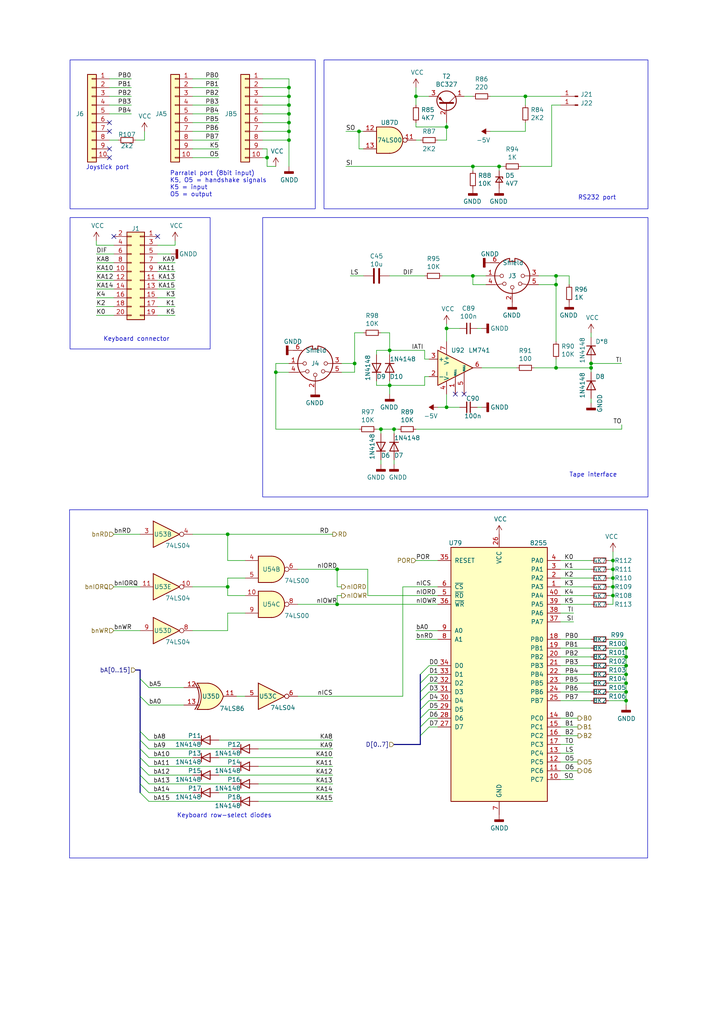
<source format=kicad_sch>
(kicad_sch (version 20230121) (generator eeschema)
  (paper "A4" portrait)
  (junction (at 83.82 27.94))
  (junction (at 161.29 80.01))
  (junction (at 177.8 162.56))
  (junction (at 114.3 124.46))
  (junction (at 152.4 27.94))
  (junction (at 110.49 124.46))
  (junction (at 66.04 154.94))
  (junction (at 83.82 33.02))
  (junction (at 80.01 107.95))
  (junction (at 97.79 165.1))
  (junction (at 83.82 25.4))
  (junction (at 181.61 203.2))
  (junction (at 97.79 175.26))
  (junction (at 181.61 187.96))
  (junction (at 177.8 172.72))
  (junction (at 137.16 80.01))
  (junction (at 177.8 165.1))
  (junction (at 177.8 167.64))
  (junction (at 102.87 105.41))
  (junction (at 129.54 36.83))
  (junction (at 177.8 170.18))
  (junction (at 181.61 193.04))
  (junction (at 181.61 190.5))
  (junction (at 144.78 48.26))
  (junction (at 83.82 38.1))
  (junction (at 129.54 118.11))
  (junction (at 137.16 48.26))
  (junction (at 171.45 106.68))
  (junction (at 120.65 27.94))
  (junction (at 104.14 38.1))
  (junction (at 171.45 105.41))
  (junction (at 83.82 35.56))
  (junction (at 161.29 106.68))
  (junction (at 83.82 40.64))
  (junction (at 181.61 195.58))
  (junction (at 181.61 198.12))
  (junction (at 83.82 30.48))
  (junction (at 161.29 82.55))
  (junction (at 113.03 101.6))
  (junction (at 129.54 95.25))
  (junction (at 113.03 111.76))
  (junction (at 181.61 200.66))
  (junction (at 77.47 45.72))
  (junction (at 66.04 170.18))
  (no_connect (at 31.75 45.72))
  (no_connect (at 134.62 114.3))
  (no_connect (at 31.75 43.18))
  (no_connect (at 31.75 38.1))
  (no_connect (at 132.08 114.3))
  (no_connect (at 45.72 68.58))
  (no_connect (at 31.75 35.56))
  (no_connect (at 33.02 68.58))
  (bus_entry (at 43.18 199.39) (size -2.54 -2.54))
  (bus_entry (at 43.18 204.47) (size -2.54 -2.54))
  (bus_entry (at 121.92 200.66) (size 2.54 -2.54))
  (bus_entry (at 121.92 195.58) (size 2.54 -2.54))
  (bus_entry (at 121.92 198.12) (size 2.54 -2.54))
  (bus_entry (at 121.92 205.74) (size 2.54 -2.54))
  (bus_entry (at 40.64 214.63) (size 2.54 2.54))
  (bus_entry (at 40.64 227.33) (size 2.54 2.54))
  (bus_entry (at 40.64 217.17) (size 2.54 2.54))
  (bus_entry (at 121.92 203.2) (size 2.54 -2.54))
  (bus_entry (at 40.64 229.87) (size 2.54 2.54))
  (bus_entry (at 121.92 208.28) (size 2.54 -2.54))
  (bus_entry (at 40.64 219.71) (size 2.54 2.54))
  (bus_entry (at 40.64 212.09) (size 2.54 2.54))
  (bus_entry (at 40.64 224.79) (size 2.54 2.54))
  (bus_entry (at 121.92 210.82) (size 2.54 -2.54))
  (bus_entry (at 40.64 222.25) (size 2.54 2.54))
  (bus_entry (at 121.92 213.36) (size 2.54 -2.54))
  (wire (pts (xy 176.53 185.42) (xy 181.61 185.42)))
  (wire (pts (xy 80.01 124.46) (xy 104.14 124.46)))
  (wire (pts (xy 162.56 175.26) (xy 171.45 175.26)))
  (wire (pts (xy 74.93 217.17) (xy 96.52 217.17)))
  (wire (pts (xy 76.2 35.56) (xy 83.82 35.56)))
  (wire (pts (xy 43.18 232.41) (xy 67.31 232.41)))
  (wire (pts (xy 116.84 170.18) (xy 127 170.18)))
  (wire (pts (xy 55.88 38.1) (xy 63.5 38.1)))
  (wire (pts (xy 162.56 193.04) (xy 171.45 193.04)))
  (wire (pts (xy 105.41 38.1) (xy 104.14 38.1)))
  (wire (pts (xy 55.88 43.18) (xy 63.5 43.18)))
  (wire (pts (xy 171.45 105.41) (xy 180.34 105.41)))
  (wire (pts (xy 43.18 204.47) (xy 53.34 204.47)))
  (wire (pts (xy 114.3 124.46) (xy 114.3 125.73)))
  (wire (pts (xy 181.61 190.5) (xy 181.61 193.04)))
  (wire (pts (xy 120.65 27.94) (xy 124.46 27.94)))
  (wire (pts (xy 124.46 193.04) (xy 127 193.04)))
  (wire (pts (xy 55.88 40.64) (xy 63.5 40.64)))
  (wire (pts (xy 129.54 114.3) (xy 129.54 118.11)))
  (bus (pts (xy 40.64 217.17) (xy 40.64 219.71)))
  (wire (pts (xy 138.43 95.25) (xy 139.7 95.25)))
  (wire (pts (xy 113.03 111.76) (xy 113.03 110.49)))
  (wire (pts (xy 129.54 36.83) (xy 129.54 35.56)))
  (wire (pts (xy 55.88 170.18) (xy 66.04 170.18)))
  (wire (pts (xy 161.29 106.68) (xy 171.45 106.68)))
  (wire (pts (xy 176.53 187.96) (xy 181.61 187.96)))
  (wire (pts (xy 104.14 38.1) (xy 104.14 43.18)))
  (wire (pts (xy 181.61 187.96) (xy 181.61 190.5)))
  (wire (pts (xy 134.62 27.94) (xy 137.16 27.94)))
  (wire (pts (xy 83.82 30.48) (xy 83.82 33.02)))
  (bus (pts (xy 40.64 201.93) (xy 40.64 212.09)))
  (wire (pts (xy 45.72 88.9) (xy 50.8 88.9)))
  (wire (pts (xy 137.16 48.26) (xy 144.78 48.26)))
  (wire (pts (xy 176.53 193.04) (xy 181.61 193.04)))
  (bus (pts (xy 40.64 222.25) (xy 40.64 224.79)))
  (wire (pts (xy 66.04 162.56) (xy 71.12 162.56)))
  (wire (pts (xy 53.34 199.39) (xy 43.18 199.39)))
  (bus (pts (xy 40.64 196.85) (xy 40.64 201.93)))
  (wire (pts (xy 110.49 125.73) (xy 110.49 124.46)))
  (wire (pts (xy 124.46 203.2) (xy 127 203.2)))
  (wire (pts (xy 161.29 106.68) (xy 161.29 104.14)))
  (bus (pts (xy 40.64 219.71) (xy 40.64 222.25)))
  (wire (pts (xy 162.56 177.8) (xy 166.37 177.8)))
  (wire (pts (xy 76.2 27.94) (xy 83.82 27.94)))
  (wire (pts (xy 83.82 48.26) (xy 83.82 40.64)))
  (wire (pts (xy 162.56 172.72) (xy 171.45 172.72)))
  (wire (pts (xy 124.46 208.28) (xy 127 208.28)))
  (wire (pts (xy 180.34 124.46) (xy 120.65 124.46)))
  (wire (pts (xy 114.3 124.46) (xy 115.57 124.46)))
  (wire (pts (xy 55.88 182.88) (xy 66.04 182.88)))
  (wire (pts (xy 177.8 170.18) (xy 177.8 172.72)))
  (wire (pts (xy 142.24 27.94) (xy 152.4 27.94)))
  (wire (pts (xy 177.8 175.26) (xy 177.8 172.72)))
  (wire (pts (xy 63.5 214.63) (xy 96.52 214.63)))
  (bus (pts (xy 40.64 194.31) (xy 40.64 196.85)))
  (bus (pts (xy 121.92 205.74) (xy 121.92 208.28)))
  (wire (pts (xy 113.03 80.01) (xy 123.19 80.01)))
  (wire (pts (xy 45.72 71.12) (xy 50.8 71.12)))
  (wire (pts (xy 83.82 35.56) (xy 83.82 38.1)))
  (wire (pts (xy 124.46 205.74) (xy 127 205.74)))
  (wire (pts (xy 176.53 162.56) (xy 177.8 162.56)))
  (wire (pts (xy 162.56 187.96) (xy 171.45 187.96)))
  (wire (pts (xy 120.65 25.4) (xy 120.65 27.94)))
  (wire (pts (xy 106.68 165.1) (xy 106.68 172.72)))
  (wire (pts (xy 76.2 43.18) (xy 77.47 43.18)))
  (wire (pts (xy 162.56 195.58) (xy 171.45 195.58)))
  (wire (pts (xy 162.56 215.9) (xy 166.37 215.9)))
  (wire (pts (xy 109.22 110.49) (xy 109.22 111.76)))
  (wire (pts (xy 152.4 30.48) (xy 152.4 27.94)))
  (wire (pts (xy 120.65 36.83) (xy 129.54 36.83)))
  (wire (pts (xy 137.16 80.01) (xy 140.97 80.01)))
  (wire (pts (xy 27.94 91.44) (xy 33.02 91.44)))
  (wire (pts (xy 177.8 160.02) (xy 177.8 162.56)))
  (wire (pts (xy 104.14 43.18) (xy 105.41 43.18)))
  (wire (pts (xy 50.8 71.12) (xy 50.8 69.85)))
  (wire (pts (xy 31.75 40.64) (xy 34.29 40.64)))
  (bus (pts (xy 121.92 203.2) (xy 121.92 205.74)))
  (wire (pts (xy 162.56 220.98) (xy 167.64 220.98)))
  (wire (pts (xy 162.56 223.52) (xy 167.64 223.52)))
  (wire (pts (xy 127 118.11) (xy 129.54 118.11)))
  (wire (pts (xy 162.56 180.34) (xy 166.37 180.34)))
  (wire (pts (xy 176.53 175.26) (xy 177.8 175.26)))
  (wire (pts (xy 113.03 101.6) (xy 113.03 102.87)))
  (bus (pts (xy 40.64 212.09) (xy 40.64 214.63)))
  (wire (pts (xy 31.75 25.4) (xy 38.1 25.4)))
  (wire (pts (xy 162.56 170.18) (xy 171.45 170.18)))
  (wire (pts (xy 123.19 109.22) (xy 124.46 109.22)))
  (wire (pts (xy 76.2 22.86) (xy 83.82 22.86)))
  (wire (pts (xy 161.29 80.01) (xy 161.29 82.55)))
  (wire (pts (xy 176.53 195.58) (xy 181.61 195.58)))
  (wire (pts (xy 86.36 201.93) (xy 116.84 201.93)))
  (bus (pts (xy 40.64 214.63) (xy 40.64 217.17)))
  (wire (pts (xy 151.13 48.26) (xy 160.02 48.26)))
  (bus (pts (xy 121.92 195.58) (xy 121.92 198.12)))
  (wire (pts (xy 80.01 105.41) (xy 80.01 107.95)))
  (wire (pts (xy 66.04 172.72) (xy 66.04 170.18)))
  (wire (pts (xy 110.49 133.35) (xy 110.49 134.62)))
  (wire (pts (xy 40.64 182.88) (xy 33.02 182.88)))
  (wire (pts (xy 99.06 105.41) (xy 102.87 105.41)))
  (wire (pts (xy 43.18 224.79) (xy 55.88 224.79)))
  (wire (pts (xy 109.22 124.46) (xy 110.49 124.46)))
  (wire (pts (xy 110.49 96.52) (xy 113.03 96.52)))
  (wire (pts (xy 97.79 170.18) (xy 97.79 165.1)))
  (wire (pts (xy 27.94 88.9) (xy 33.02 88.9)))
  (wire (pts (xy 55.88 45.72) (xy 63.5 45.72)))
  (wire (pts (xy 45.72 91.44) (xy 50.8 91.44)))
  (wire (pts (xy 106.68 172.72) (xy 127 172.72)))
  (wire (pts (xy 181.61 195.58) (xy 181.61 198.12)))
  (wire (pts (xy 176.53 172.72) (xy 177.8 172.72)))
  (wire (pts (xy 74.93 227.33) (xy 96.52 227.33)))
  (wire (pts (xy 140.97 82.55) (xy 137.16 82.55)))
  (wire (pts (xy 176.53 203.2) (xy 181.61 203.2)))
  (wire (pts (xy 127 182.88) (xy 120.65 182.88)))
  (bus (pts (xy 40.64 227.33) (xy 40.64 229.87)))
  (wire (pts (xy 66.04 177.8) (xy 71.12 177.8)))
  (wire (pts (xy 162.56 167.64) (xy 171.45 167.64)))
  (wire (pts (xy 105.41 80.01) (xy 101.6 80.01)))
  (wire (pts (xy 139.7 106.68) (xy 149.86 106.68)))
  (wire (pts (xy 97.79 172.72) (xy 99.06 172.72)))
  (wire (pts (xy 27.94 69.85) (xy 27.94 71.12)))
  (wire (pts (xy 124.46 210.82) (xy 127 210.82)))
  (wire (pts (xy 83.82 107.95) (xy 80.01 107.95)))
  (wire (pts (xy 176.53 170.18) (xy 177.8 170.18)))
  (wire (pts (xy 27.94 73.66) (xy 33.02 73.66)))
  (wire (pts (xy 55.88 33.02) (xy 63.5 33.02)))
  (wire (pts (xy 55.88 25.4) (xy 63.5 25.4)))
  (wire (pts (xy 55.88 22.86) (xy 63.5 22.86)))
  (wire (pts (xy 171.45 115.57) (xy 171.45 116.84)))
  (wire (pts (xy 177.8 167.64) (xy 177.8 170.18)))
  (wire (pts (xy 160.02 30.48) (xy 160.02 48.26)))
  (wire (pts (xy 114.3 133.35) (xy 114.3 134.62)))
  (wire (pts (xy 110.49 124.46) (xy 114.3 124.46)))
  (wire (pts (xy 165.1 80.01) (xy 161.29 80.01)))
  (wire (pts (xy 171.45 105.41) (xy 171.45 106.68)))
  (wire (pts (xy 66.04 154.94) (xy 96.52 154.94)))
  (wire (pts (xy 43.18 227.33) (xy 67.31 227.33)))
  (wire (pts (xy 137.16 49.53) (xy 137.16 48.26)))
  (wire (pts (xy 83.82 22.86) (xy 83.82 25.4)))
  (wire (pts (xy 45.72 83.82) (xy 50.8 83.82)))
  (wire (pts (xy 162.56 218.44) (xy 166.37 218.44)))
  (wire (pts (xy 41.91 38.1) (xy 41.91 40.64)))
  (wire (pts (xy 129.54 118.11) (xy 133.35 118.11)))
  (wire (pts (xy 43.18 222.25) (xy 67.31 222.25)))
  (wire (pts (xy 162.56 203.2) (xy 171.45 203.2)))
  (bus (pts (xy 121.92 208.28) (xy 121.92 210.82)))
  (wire (pts (xy 138.43 118.11) (xy 139.7 118.11)))
  (wire (pts (xy 105.41 96.52) (xy 102.87 96.52)))
  (wire (pts (xy 162.56 30.48) (xy 160.02 30.48)))
  (wire (pts (xy 76.2 45.72) (xy 77.47 45.72)))
  (wire (pts (xy 181.61 193.04) (xy 181.61 195.58)))
  (bus (pts (xy 40.64 224.79) (xy 40.64 227.33)))
  (wire (pts (xy 97.79 165.1) (xy 86.36 165.1)))
  (wire (pts (xy 86.36 175.26) (xy 97.79 175.26)))
  (wire (pts (xy 97.79 170.18) (xy 99.06 170.18)))
  (wire (pts (xy 83.82 27.94) (xy 83.82 30.48)))
  (wire (pts (xy 43.18 219.71) (xy 55.88 219.71)))
  (wire (pts (xy 109.22 102.87) (xy 109.22 101.6)))
  (wire (pts (xy 180.34 123.19) (xy 180.34 124.46)))
  (wire (pts (xy 113.03 96.52) (xy 113.03 101.6)))
  (wire (pts (xy 102.87 105.41) (xy 102.87 107.95)))
  (wire (pts (xy 106.68 165.1) (xy 97.79 165.1)))
  (wire (pts (xy 127 40.64) (xy 129.54 40.64)))
  (wire (pts (xy 129.54 95.25) (xy 129.54 99.06)))
  (wire (pts (xy 177.8 162.56) (xy 177.8 165.1)))
  (wire (pts (xy 45.72 76.2) (xy 50.8 76.2)))
  (wire (pts (xy 39.37 40.64) (xy 41.91 40.64)))
  (wire (pts (xy 162.56 213.36) (xy 167.64 213.36)))
  (wire (pts (xy 68.58 201.93) (xy 71.12 201.93)))
  (wire (pts (xy 161.29 82.55) (xy 161.29 99.06)))
  (bus (pts (xy 121.92 198.12) (xy 121.92 200.66)))
  (wire (pts (xy 152.4 27.94) (xy 162.56 27.94)))
  (wire (pts (xy 31.75 22.86) (xy 38.1 22.86)))
  (wire (pts (xy 74.93 222.25) (xy 96.52 222.25)))
  (wire (pts (xy 43.18 217.17) (xy 67.31 217.17)))
  (wire (pts (xy 102.87 96.52) (xy 102.87 105.41)))
  (wire (pts (xy 55.88 27.94) (xy 63.5 27.94)))
  (wire (pts (xy 127 162.56) (xy 120.65 162.56)))
  (wire (pts (xy 162.56 226.06) (xy 166.37 226.06)))
  (wire (pts (xy 171.45 106.68) (xy 171.45 107.95)))
  (wire (pts (xy 33.02 170.18) (xy 40.64 170.18)))
  (wire (pts (xy 83.82 38.1) (xy 83.82 40.64)))
  (wire (pts (xy 27.94 71.12) (xy 33.02 71.12)))
  (wire (pts (xy 176.53 167.64) (xy 177.8 167.64)))
  (wire (pts (xy 113.03 111.76) (xy 113.03 114.3)))
  (wire (pts (xy 120.65 30.48) (xy 120.65 27.94)))
  (bus (pts (xy 121.92 200.66) (xy 121.92 203.2)))
  (wire (pts (xy 83.82 25.4) (xy 83.82 27.94)))
  (wire (pts (xy 45.72 86.36) (xy 50.8 86.36)))
  (wire (pts (xy 77.47 43.18) (xy 77.47 45.72)))
  (wire (pts (xy 109.22 111.76) (xy 113.03 111.76)))
  (wire (pts (xy 156.21 80.01) (xy 161.29 80.01)))
  (wire (pts (xy 77.47 48.26) (xy 77.47 45.72)))
  (wire (pts (xy 27.94 76.2) (xy 33.02 76.2)))
  (wire (pts (xy 162.56 210.82) (xy 167.64 210.82)))
  (wire (pts (xy 27.94 78.74) (xy 33.02 78.74)))
  (wire (pts (xy 154.94 106.68) (xy 161.29 106.68)))
  (wire (pts (xy 43.18 229.87) (xy 55.88 229.87)))
  (wire (pts (xy 129.54 40.64) (xy 129.54 36.83)))
  (wire (pts (xy 121.92 40.64) (xy 120.65 40.64)))
  (wire (pts (xy 152.4 38.1) (xy 152.4 35.56)))
  (wire (pts (xy 96.52 219.71) (xy 63.5 219.71)))
  (wire (pts (xy 123.19 111.76) (xy 123.19 109.22)))
  (wire (pts (xy 176.53 198.12) (xy 181.61 198.12)))
  (wire (pts (xy 66.04 182.88) (xy 66.04 177.8)))
  (wire (pts (xy 83.82 33.02) (xy 83.82 35.56)))
  (wire (pts (xy 27.94 83.82) (xy 33.02 83.82)))
  (wire (pts (xy 176.53 165.1) (xy 177.8 165.1)))
  (wire (pts (xy 129.54 93.98) (xy 129.54 95.25)))
  (wire (pts (xy 162.56 200.66) (xy 171.45 200.66)))
  (wire (pts (xy 76.2 38.1) (xy 83.82 38.1)))
  (wire (pts (xy 97.79 175.26) (xy 127 175.26)))
  (wire (pts (xy 55.88 30.48) (xy 63.5 30.48)))
  (wire (pts (xy 171.45 97.79) (xy 171.45 96.52)))
  (wire (pts (xy 181.61 200.66) (xy 181.61 203.2)))
  (wire (pts (xy 31.75 33.02) (xy 38.1 33.02)))
  (wire (pts (xy 181.61 198.12) (xy 181.61 200.66)))
  (wire (pts (xy 162.56 162.56) (xy 171.45 162.56)))
  (wire (pts (xy 76.2 33.02) (xy 83.82 33.02)))
  (wire (pts (xy 124.46 200.66) (xy 127 200.66)))
  (wire (pts (xy 74.93 232.41) (xy 96.52 232.41)))
  (wire (pts (xy 45.72 78.74) (xy 50.8 78.74)))
  (wire (pts (xy 31.75 30.48) (xy 38.1 30.48)))
  (wire (pts (xy 96.52 229.87) (xy 63.5 229.87)))
  (wire (pts (xy 123.19 104.14) (xy 124.46 104.14)))
  (bus (pts (xy 114.3 215.9) (xy 121.92 215.9)))
  (wire (pts (xy 45.72 81.28) (xy 50.8 81.28)))
  (wire (pts (xy 96.52 224.79) (xy 63.5 224.79)))
  (wire (pts (xy 104.14 38.1) (xy 100.33 38.1)))
  (wire (pts (xy 162.56 165.1) (xy 171.45 165.1)))
  (wire (pts (xy 123.19 104.14) (xy 123.19 101.6)))
  (wire (pts (xy 40.64 154.94) (xy 33.02 154.94)))
  (wire (pts (xy 97.79 172.72) (xy 97.79 175.26)))
  (wire (pts (xy 76.2 40.64) (xy 83.82 40.64)))
  (wire (pts (xy 66.04 167.64) (xy 66.04 170.18)))
  (wire (pts (xy 124.46 198.12) (xy 127 198.12)))
  (wire (pts (xy 102.87 107.95) (xy 99.06 107.95)))
  (wire (pts (xy 127 185.42) (xy 120.65 185.42)))
  (wire (pts (xy 162.56 185.42) (xy 171.45 185.42)))
  (wire (pts (xy 55.88 35.56) (xy 63.5 35.56)))
  (wire (pts (xy 55.88 154.94) (xy 66.04 154.94)))
  (wire (pts (xy 66.04 154.94) (xy 66.04 162.56)))
  (wire (pts (xy 144.78 48.26) (xy 146.05 48.26)))
  (wire (pts (xy 43.18 214.63) (xy 55.88 214.63)))
  (wire (pts (xy 66.04 167.64) (xy 71.12 167.64)))
  (wire (pts (xy 27.94 86.36) (xy 33.02 86.36)))
  (wire (pts (xy 123.19 101.6) (xy 113.03 101.6)))
  (wire (pts (xy 83.82 105.41) (xy 80.01 105.41)))
  (wire (pts (xy 176.53 190.5) (xy 181.61 190.5)))
  (wire (pts (xy 45.72 73.66) (xy 49.53 73.66)))
  (wire (pts (xy 76.2 25.4) (xy 83.82 25.4)))
  (wire (pts (xy 162.56 208.28) (xy 167.64 208.28)))
  (wire (pts (xy 80.01 107.95) (xy 80.01 124.46)))
  (wire (pts (xy 144.78 49.53) (xy 144.78 48.26)))
  (wire (pts (xy 109.22 101.6) (xy 113.03 101.6)))
  (wire (pts (xy 77.47 48.26) (xy 80.01 48.26)))
  (wire (pts (xy 177.8 165.1) (xy 177.8 167.64)))
  (wire (pts (xy 142.24 38.1) (xy 152.4 38.1)))
  (wire (pts (xy 128.27 80.01) (xy 137.16 80.01)))
  (wire (pts (xy 124.46 195.58) (xy 127 195.58)))
  (bus (pts (xy 121.92 215.9) (xy 121.92 213.36)))
  (bus (pts (xy 40.64 194.31) (xy 39.37 194.31)))
  (wire (pts (xy 31.75 27.94) (xy 38.1 27.94)))
  (wire (pts (xy 27.94 81.28) (xy 33.02 81.28)))
  (wire (pts (xy 133.35 95.25) (xy 129.54 95.25)))
  (wire (pts (xy 120.65 35.56) (xy 120.65 36.83)))
  (wire (pts (xy 181.61 203.2) (xy 181.61 204.47)))
  (wire (pts (xy 137.16 82.55) (xy 137.16 80.01)))
  (wire (pts (xy 76.2 30.48) (xy 83.82 30.48)))
  (wire (pts (xy 181.61 185.42) (xy 181.61 187.96)))
  (wire (pts (xy 161.29 82.55) (xy 156.21 82.55)))
  (bus (pts (xy 121.92 210.82) (xy 121.92 213.36)))
  (wire (pts (xy 100.33 48.26) (xy 137.16 48.26)))
  (wire (pts (xy 162.56 198.12) (xy 171.45 198.12)))
  (wire (pts (xy 66.04 172.72) (xy 71.12 172.72)))
  (wire (pts (xy 176.53 200.66) (xy 181.61 200.66)))
  (wire (pts (xy 116.84 201.93) (xy 116.84 170.18)))
  (wire (pts (xy 162.56 190.5) (xy 171.45 190.5)))
  (wire (pts (xy 113.03 111.76) (xy 123.19 111.76)))
  (wire (pts (xy 165.1 82.55) (xy 165.1 80.01)))
  (rectangle (start 93.98 17.3736) (end 187.96 60.5536))
  (rectangle (start 20.1676 147.828) (end 187.8584 248.8184))
  (rectangle (start 76.2 63.0936) (end 187.96 144.1196))
  (rectangle (start 20.32 63.0936) (end 60.96 101.1936))
  (rectangle (start 20.32 17.3736) (end 91.44 60.5536))
  (text "Tape interface" (at 165.1 138.5316 0) (effects (font (size 1.27 1.27)) (justify left bottom)))
  (text "Keyboard connector" (at 29.972 99.1616 0) (effects (font (size 1.27 1.27)) (justify left bottom)))
  (text "Keyboard row-select diodes" (at 51.308 237.3376 0) (effects (font (size 1.27 1.27)) (justify left bottom)))
  (text "Joystick port" (at 24.892 49.3776 0) (effects (font (size 1.27 1.27)) (justify left bottom)))
  (text "RS232 port" (at 167.64 58.166 0) (effects (font (size 1.27 1.27)) (justify left bottom)))
  (text "Parralel port (8bit input)\nK5, O5 = handshake signals\nK5 = input\nO5 = output\n" (at 49.276 57.2516 0) (effects (font (size 1.27 1.27)) (justify left bottom)))
  (label "PB3" (at 38.1 30.48 180))
  (label "K4" (at 27.94 86.36 0))
  (label "KA15" (at 50.8 83.82 180))
  (label "bnRD" (at 120.65 185.42 0))
  (label "O5" (at 163.83 220.98 0))
  (label "KA14" (at 27.94 83.82 0))
  (label "bnWR" (at 33.02 182.88 0))
  (label "K3" (at 50.8 86.36 180))
  (label "TO" (at 166.37 215.9 180))
  (label "LS" (at 166.37 218.44 180))
  (label "D4" (at 124.46 203.2 0))
  (label "D0" (at 124.46 193.04 0))
  (label "KA14" (at 96.52 229.87 180))
  (label "DIF" (at 116.84 80.01 0))
  (label "bA10" (at 44.45 219.71 0))
  (label "K0" (at 27.94 91.44 0))
  (label "O6" (at 163.83 223.52 0))
  (label "bA13" (at 44.45 227.33 0))
  (label "nIORD" (at 120.65 172.72 0))
  (label "PB6" (at 163.83 200.66 0))
  (label "O5" (at 63.5 45.72 180))
  (label "POR" (at 120.65 162.56 0))
  (label "TO" (at 180.34 123.19 180))
  (label "SO" (at 166.37 226.06 180))
  (label "PB4" (at 163.83 195.58 0))
  (label "D1" (at 124.46 195.58 0))
  (label "PB5" (at 163.83 198.12 0))
  (label "nICS" (at 120.65 170.18 0))
  (label "RD" (at 92.71 154.94 0))
  (label "K1" (at 50.8 88.9 180))
  (label "K5" (at 63.5 43.18 180))
  (label "bA5" (at 43.18 199.39 0))
  (label "KA15" (at 96.52 232.41 180))
  (label "nIORD" (at 97.79 165.1 180))
  (label "PB2" (at 63.5 27.94 180))
  (label "D6" (at 124.46 208.28 0))
  (label "KA13" (at 50.8 81.28 180))
  (label "KA8" (at 27.94 76.2 0))
  (label "nIOWR" (at 120.65 175.26 0))
  (label "D3" (at 124.46 200.66 0))
  (label "B1" (at 163.83 210.82 0))
  (label "bnIORQ" (at 33.02 170.18 0))
  (label "PB5" (at 63.5 35.56 180))
  (label "KA10" (at 96.52 219.71 180))
  (label "PB7" (at 163.83 203.2 0))
  (label "nICS" (at 96.52 201.93 180))
  (label "PB2" (at 38.1 27.94 180))
  (label "PB7" (at 63.5 40.64 180))
  (label "PB1" (at 63.5 25.4 180))
  (label "KA9" (at 50.8 76.2 180))
  (label "PB0" (at 163.83 185.42 0))
  (label "KA11" (at 96.52 222.25 180))
  (label "nIOWR" (at 97.79 175.26 180))
  (label "K0" (at 166.37 162.56 180))
  (label "KA11" (at 50.8 78.74 180))
  (label "KA12" (at 27.94 81.28 0))
  (label "PB0" (at 63.5 22.86 180))
  (label "PB3" (at 163.83 193.04 0))
  (label "KA12" (at 96.52 224.79 180))
  (label "SI" (at 100.33 48.26 0))
  (label "PB4" (at 63.5 33.02 180))
  (label "K1" (at 166.37 165.1 180))
  (label "LS" (at 101.6 80.01 0))
  (label "bA14" (at 44.45 229.87 0))
  (label "TI" (at 166.37 177.8 180))
  (label "K3" (at 166.37 170.18 180))
  (label "K4" (at 166.37 172.72 180))
  (label "bA9" (at 44.45 217.17 0))
  (label "TI" (at 180.34 105.41 180))
  (label "KA8" (at 96.52 214.63 180))
  (label "bA0" (at 43.18 204.47 0))
  (label "bA12" (at 44.45 224.79 0))
  (label "K2" (at 27.94 88.9 0))
  (label "PB4" (at 38.1 33.02 180))
  (label "B2" (at 163.83 213.36 0))
  (label "bA11" (at 44.45 222.25 0))
  (label "KA13" (at 96.52 227.33 180))
  (label "bA0" (at 120.65 182.88 0))
  (label "D2" (at 124.46 198.12 0))
  (label "SI" (at 166.37 180.34 180))
  (label "D7" (at 124.46 210.82 0))
  (label "K2" (at 166.37 167.64 180))
  (label "DIF" (at 27.94 73.66 0))
  (label "PB6" (at 63.5 38.1 180))
  (label "K5" (at 50.8 91.44 180))
  (label "PB1" (at 163.83 187.96 0))
  (label "K5" (at 166.37 175.26 180))
  (label "KA9" (at 96.52 217.17 180))
  (label "bA8" (at 44.45 214.63 0))
  (label "PB1" (at 38.1 25.4 180))
  (label "PB0" (at 38.1 22.86 180))
  (label "PB2" (at 163.83 190.5 0))
  (label "SO" (at 100.33 38.1 0))
  (label "bA15" (at 44.45 232.41 0))
  (label "bnRD" (at 33.02 154.94 0))
  (label "B0" (at 163.83 208.28 0))
  (label "D5" (at 124.46 205.74 0))
  (label "IATI" (at 119.38 101.6 0))
  (label "KA10" (at 27.94 78.74 0))
  (label "PB3" (at 63.5 30.48 180))
  (hierarchical_label "bA[0..15]" (shape input) (at 39.37 194.31 180))
  (hierarchical_label "O6" (shape output) (at 167.64 223.52 0))
  (hierarchical_label "RD" (shape output) (at 96.52 154.94 0))
  (hierarchical_label "D[0..7]" (shape input) (at 114.3 215.9 180))
  (hierarchical_label "B2" (shape output) (at 167.64 213.36 0))
  (hierarchical_label "nIOWR" (shape output) (at 99.06 172.72 0))
  (hierarchical_label "bnWR" (shape input) (at 33.02 182.88 180))
  (hierarchical_label "bnIORQ" (shape input) (at 33.02 170.18 180))
  (hierarchical_label "O5" (shape output) (at 167.64 220.98 0))
  (hierarchical_label "B0" (shape output) (at 167.64 208.28 0))
  (hierarchical_label "bnRD" (shape input) (at 33.02 154.94 180))
  (hierarchical_label "nIORD" (shape output) (at 99.06 170.18 0))
  (hierarchical_label "B1" (shape output) (at 167.64 210.82 0))
  (hierarchical_label "POR" (shape input) (at 120.65 162.56 180))
  (symbol (lib_id "74xx:74LS04") (at 48.26 154.94 0) (unit 2)
    (property "Reference" "U53" (at 47.244 154.94 0))
    (property "Value" "74LS04" (at 51.562 158.242 0))
    (property "Footprint" "Cobra_original:DIP-14_W7.62mm" (effects hide))
    (property "Datasheet" "http://www.ti.com/lit/gpn/sn74LS04" (effects hide))
  )
  (symbol (lib_id "74xx:74LS04") (at 48.26 182.88 0) (unit 4)
    (property "Reference" "U53" (at 47.244 182.88 0))
    (property "Value" "74LS04" (at 51.562 186.182 0))
    (property "Footprint" "Cobra_original:DIP-14_W7.62mm" (effects hide))
    (property "Datasheet" "http://www.ti.com/lit/gpn/sn74LS04" (effects hide))
  )
  (symbol (lib_id "74xx:74LS04") (at 48.26 170.18 0) (unit 5)
    (property "Reference" "U53" (at 47.244 170.18 0))
    (property "Value" "74LS04" (at 51.562 173.482 0))
    (property "Footprint" "Cobra_original:DIP-14_W7.62mm" (effects hide))
    (property "Datasheet" "http://www.ti.com/lit/gpn/sn74LS04" (effects hide))
  )
  (symbol (lib_id "74xx:74LS00") (at 78.74 165.1 0) (unit 2)
    (property "Reference" "U54" (at 78.74 165.1 0))
    (property "Value" "74LS00" (at 86.106 168.402 0))
    (property "Footprint" "Cobra_original:DIP-14_W7.62mm" (effects hide))
    (property "Datasheet" "http://www.ti.com/lit/gpn/sn74ls00" (effects hide))
  )
  (symbol (lib_id "74xx:74LS00") (at 78.74 175.26 0) (mirror x) (unit 3)
    (property "Reference" "U54" (at 78.74 175.26 0))
    (property "Value" "74LS00" (at 86.106 178.562 0))
    (property "Footprint" "Cobra_original:DIP-14_W7.62mm" (effects hide))
    (property "Datasheet" "http://www.ti.com/lit/gpn/sn74ls00" (effects hide))
  )
  (symbol (lib_id "Connector_Generic:Conn_01x10") (at 26.67 33.02 0) (mirror y) (unit 1)
    (property "Reference" "J6" (at 24.384 33.02 0) (effects (justify left)))
    (property "Value" "Conn_01x10" (effects hide))
    (property "Footprint" "Cobra_original:PinHeader_1x10_P2.54mm_Vertical" (effects hide))
  )
  (symbol (lib_id "Device:R_Small") (at 106.68 124.46 270) (unit 1)
    (property "Reference" "R97" (at 106.68 119.4816 90))
    (property "Value" "10K" (at 106.68 121.793 90))
    (property "Footprint" "Cobra_original:R_Axial_DIN0204_L3.6mm_D1.6mm_P5.08mm_Horizontal" (effects hide))
  )
  (symbol (lib_id "power:GNDD") (at 144.78 236.22 0) (unit 1)
    (property "Reference" "#PWR0112" (effects hide))
    (property "Value" "GNDD" (at 144.8816 240.157 0))
    (instances (project "main" (path "" (reference "#PWR0112") (unit 1)) (path "" (reference "#PWR05") (unit 1))))
  )
  (symbol (lib_id "Device:R_Small") (at 161.29 101.6 180) (unit 1)
    (property "Reference" "R90" (at 162.7886 100.4316 0) (effects (justify right)))
    (property "Value" "10K" (at 162.7886 102.743 0) (effects (justify right)))
    (property "Footprint" "Cobra_original:R_Axial_DIN0204_L3.6mm_D1.6mm_P5.08mm_Horizontal" (effects hide))
  )
  (symbol (lib_id "power:VCC") (at 41.91 38.1 0) (unit 1)
    (property "Reference" "#PWR0457" (effects hide))
    (property "Value" "VCC" (at 42.037 33.7058 0))
    (instances (project "main" (path "" (reference "#PWR0457") (unit 1)) (path "" (reference "#PWR036") (unit 1))))
  )
  (symbol (lib_id "Diode:1N4148") (at 59.69 219.71 0) (unit 1)
    (property "Reference" "P13" (at 58.42 218.44 0) (effects (justify right)))
    (property "Value" "1N4148" (at 58.42 220.98 0) (effects (justify right)))
    (property "Footprint" "Cobra_original:D_DO-35_SOD27_P7.62mm_Horizontal" (effects hide))
    (property "Datasheet" "https://assets.nexperia.com/documents/data-sheet/1N4148_1N4448.pdf" (effects hide))
    (property "Sim.Device" "D" (effects hide))
    (property "Sim.Pins" "1=K 2=A" (effects hide))
  )
  (symbol (lib_id "Device:R_Small") (at 173.99 193.04 270) (unit 1)
    (property "Reference" "R102" (at 179.07 191.77 90))
    (property "Value" "8K2" (at 173.99 193.04 90))
    (property "Footprint" "Cobra_original:R_Axial_DIN0204_L3.6mm_D1.6mm_P5.08mm_Horizontal" (effects hide))
  )
  (symbol (lib_id "power:GNDD") (at 165.1 87.63 0) (unit 1)
    (property "Reference" "#PWR0120" (effects hide))
    (property "Value" "GNDD" (at 167.64 91.44 0) (effects (justify right)))
    (instances (project "main" (path "" (reference "#PWR0120") (unit 1)) (path "" (reference "#PWR022") (unit 1))))
  )
  (symbol (lib_id "Diode:1N4148") (at 110.49 129.54 90) (unit 1)
    (property "Reference" "D6" (at 110.49 132.08 90) (effects (justify right)))
    (property "Value" "1N4148" (at 107.95 125.73 0) (effects (justify right)))
    (property "Footprint" "Cobra_original:D_DO-35_SOD27_P7.62mm_Horizontal" (effects hide))
    (property "Datasheet" "https://assets.nexperia.com/documents/data-sheet/1N4148_1N4448.pdf" (effects hide))
    (property "Sim.Device" "D" (effects hide))
    (property "Sim.Pins" "1=K 2=A" (effects hide))
  )
  (symbol (lib_id "Device:R_Small") (at 173.99 170.18 270) (mirror x) (unit 1)
    (property "Reference" "R109" (at 180.7972 170.18 90))
    (property "Value" "4K7" (at 173.9646 170.307 90))
    (property "Footprint" "Cobra_original:R_Axial_DIN0204_L3.6mm_D1.6mm_P5.08mm_Horizontal" (effects hide))
  )
  (symbol (lib_id "Device:C_Small") (at 135.89 95.25 270) (unit 1)
    (property "Reference" "C89" (at 135.89 89.4334 90))
    (property "Value" "100n" (at 135.89 91.7448 90))
    (property "Footprint" "Cobra_original:C_THT_508_254" (effects hide))
    (instances (project "main" (path "" (reference "C89") (unit 1)) (path "" (reference "C46") (unit 1))))
  )
  (symbol (lib_id "Device:R_Small") (at 173.99 167.64 270) (mirror x) (unit 1)
    (property "Reference" "R110" (at 180.7972 167.64 90))
    (property "Value" "4K7" (at 173.99 167.6654 90))
    (property "Footprint" "Cobra_original:R_Axial_DIN0204_L3.6mm_D1.6mm_P5.08mm_Horizontal" (effects hide))
  )
  (symbol (lib_id "Connector:DIN-5_180degree_GND") (at 148.59 80.01 0) (mirror x) (unit 1)
    (property "Reference" "J3" (at 148.59 80.01 0))
    (property "Value" "DIN-5" (effects hide))
    (property "Footprint" "Cobra_original:DIN-5" (effects hide))
    (property "Datasheet" "http://www.mouser.com/ds/2/18/40_c091_abd_e-75918.pdf" (effects hide))
  )
  (symbol (lib_id "Device:D_Zener_Small") (at 144.78 52.07 270) (unit 1)
    (property "Reference" "D5" (at 146.558 50.9016 90) (effects (justify left)))
    (property "Value" "4V7" (at 146.558 53.213 90) (effects (justify left)))
    (property "Footprint" "Cobra_original:D_DO-35_SOD27_P7.62mm_Horizontal" (effects hide))
  )
  (symbol (lib_id "Interface:8255") (at 144.78 195.58 0) (unit 1)
    (property "Reference" "U79" (at 132.08 157.48 0))
    (property "Value" "8255" (at 156.21 157.48 0))
    (property "Footprint" "Package_DIP:DIP-40_W15.24mm" (effects hide))
    (property "Datasheet" "http://aturing.umcs.maine.edu/~meadow/courses/cos335/Intel8255A.pdf" (effects hide))
  )
  (symbol (lib_id "Device:R_Small") (at 173.99 187.96 270) (unit 1)
    (property "Reference" "R100" (at 179.07 186.69 90))
    (property "Value" "8K2" (at 173.99 187.96 90))
    (property "Footprint" "Cobra_original:R_Axial_DIN0204_L3.6mm_D1.6mm_P5.08mm_Horizontal" (effects hide))
  )
  (symbol (lib_id "Diode:1N4148") (at 59.69 214.63 0) (unit 1)
    (property "Reference" "P11" (at 58.42 213.36 0) (effects (justify right)))
    (property "Value" "1N4148" (at 58.42 215.9 0) (effects (justify right)))
    (property "Footprint" "Cobra_original:D_DO-35_SOD27_P7.62mm_Horizontal" (effects hide))
    (property "Datasheet" "https://assets.nexperia.com/documents/data-sheet/1N4148_1N4448.pdf" (effects hide))
    (property "Sim.Device" "D" (effects hide))
    (property "Sim.Pins" "1=K 2=A" (effects hide))
  )
  (symbol (lib_id "Diode:1N4148") (at 114.3 129.54 270) (unit 1)
    (property "Reference" "D7" (at 114.3 132.08 90) (effects (justify left)))
    (property "Value" "1N4148" (at 114.3 127 90) (effects (justify left)))
    (property "Footprint" "Cobra_original:D_DO-35_SOD27_P7.62mm_Horizontal" (effects hide))
    (property "Datasheet" "https://assets.nexperia.com/documents/data-sheet/1N4148_1N4448.pdf" (effects hide))
    (property "Sim.Device" "D" (effects hide))
    (property "Sim.Pins" "1=K 2=A" (effects hide))
  )
  (symbol (lib_id "Device:C") (at 109.22 80.01 90) (unit 1)
    (property "Reference" "C45" (at 109.22 74.295 90))
    (property "Value" "10u" (at 109.22 76.6064 90))
    (property "Footprint" "Cobra_original:C_THT_508_254" (effects hide))
  )
  (symbol (lib_id "power:VCC") (at 27.94 69.85 0) (unit 1)
    (property "Reference" "#PWR0116" (effects hide))
    (property "Value" "VCC" (at 28.321 65.4558 0))
    (instances (project "main" (path "" (reference "#PWR0116") (unit 1)) (path "" (reference "#PWR06") (unit 1))))
  )
  (symbol (lib_id "Device:R_Small") (at 173.99 190.5 270) (unit 1)
    (property "Reference" "R101" (at 179.07 189.23 90))
    (property "Value" "8K2" (at 173.99 190.5 90))
    (property "Footprint" "Cobra_original:R_Axial_DIN0204_L3.6mm_D1.6mm_P5.08mm_Horizontal" (effects hide))
  )
  (symbol (lib_id "Diode:1N4148") (at 71.12 217.17 0) (unit 1)
    (property "Reference" "P12" (at 69.85 215.9 0) (effects (justify right)))
    (property "Value" "1N4148" (at 69.85 218.44 0) (effects (justify right)))
    (property "Footprint" "Cobra_original:D_DO-35_SOD27_P7.62mm_Horizontal" (effects hide))
    (property "Datasheet" "https://assets.nexperia.com/documents/data-sheet/1N4148_1N4448.pdf" (effects hide))
    (property "Sim.Device" "D" (effects hide))
    (property "Sim.Pins" "1=K 2=A" (effects hide))
  )
  (symbol (lib_id "power:GNDD") (at 139.7 118.11 90) (unit 1)
    (property "Reference" "#PWR0122" (effects hide))
    (property "Value" "GNDD" (at 142.24 118.11 90) (effects (justify right)))
    (instances (project "main" (path "" (reference "#PWR0122") (unit 1)) (path "" (reference "#PWR018") (unit 1))))
  )
  (symbol (lib_id "Connector_Generic:Conn_01x10") (at 50.8 33.02 0) (mirror y) (unit 1)
    (property "Reference" "JA5" (at 48.514 33.02 0) (effects (justify left)))
    (property "Value" "Conn_01x10" (effects hide))
    (property "Footprint" "Cobra_original:PinHeader_1x10_P2.54mm_Vertical" (effects hide))
  )
  (symbol (lib_id "Diode:1N4148") (at 171.45 101.6 270) (unit 1)
    (property "Reference" "D*8" (at 172.72 99.06 90) (effects (justify left)))
    (property "Value" "1N4148" (at 168.91 97.79 0) (effects (justify left)))
    (property "Footprint" "Cobra_original:D_DO-35_SOD27_P7.62mm_Horizontal" (effects hide))
    (property "Datasheet" "https://assets.nexperia.com/documents/data-sheet/1N4148_1N4448.pdf" (effects hide))
    (property "Sim.Device" "D" (effects hide))
    (property "Sim.Pins" "1=K 2=A" (effects hide))
    (instances (project "main" (path "" (reference "D*8") (unit 1)) (path "" (reference "D*1") (unit 1))))
  )
  (symbol (lib_id "Device:R_Small") (at 137.16 52.07 180) (unit 1)
    (property "Reference" "R88" (at 138.6586 50.9016 0) (effects (justify right)))
    (property "Value" "10K" (at 138.6586 53.213 0) (effects (justify right)))
    (property "Footprint" "Cobra_original:R_Axial_DIN0204_L3.6mm_D1.6mm_P5.08mm_Horizontal" (effects hide))
  )
  (symbol (lib_id "power:GNDD") (at 83.82 48.26 0) (unit 1)
    (property "Reference" "#PWR0456" (effects hide))
    (property "Value" "GNDD" (at 83.9216 52.197 0))
    (instances (project "main" (path "" (reference "#PWR0456") (unit 1)) (path "" (reference "#PWR038") (unit 1))))
  )
  (symbol (lib_id "Device:R_Small") (at 124.46 40.64 90) (unit 1)
    (property "Reference" "R87" (at 124.46 38.1 90))
    (property "Value" "2K2" (at 124.46 43.18 90))
    (property "Footprint" "Cobra_original:R_Axial_DIN0204_L3.6mm_D1.6mm_P5.08mm_Horizontal" (effects hide))
  )
  (symbol (lib_id "Diode:1N4148") (at 59.69 229.87 0) (unit 1)
    (property "Reference" "P17" (at 58.42 228.6 0) (effects (justify right)))
    (property "Value" "1N4148" (at 58.42 231.14 0) (effects (justify right)))
    (property "Footprint" "Cobra_original:D_DO-35_SOD27_P7.62mm_Horizontal" (effects hide))
    (property "Datasheet" "https://assets.nexperia.com/documents/data-sheet/1N4148_1N4448.pdf" (effects hide))
    (property "Sim.Device" "D" (effects hide))
    (property "Sim.Pins" "1=K 2=A" (effects hide))
  )
  (symbol (lib_id "Device:R_Small") (at 173.99 165.1 270) (mirror x) (unit 1)
    (property "Reference" "R111" (at 180.7972 165.1 90))
    (property "Value" "4K7" (at 173.9646 165.1762 90))
    (property "Footprint" "Cobra_original:R_Axial_DIN0204_L3.6mm_D1.6mm_P5.08mm_Horizontal" (effects hide))
  )
  (symbol (lib_id "Connector:DIN-5_180degree_GND") (at 91.44 105.41 0) (mirror x) (unit 1)
    (property "Reference" "J4" (at 91.44 105.41 0))
    (property "Value" "DIN-5" (effects hide))
    (property "Footprint" "Cobra_original:DIN-5" (effects hide))
    (property "Datasheet" "http://www.mouser.com/ds/2/18/40_c091_abd_e-75918.pdf" (effects hide))
  )
  (symbol (lib_id "power:GNDD") (at 114.3 134.62 0) (unit 1)
    (property "Reference" "#PWR0279" (effects hide))
    (property "Value" "GNDD" (at 118.11 138.43 0) (effects (justify right)))
    (instances (project "main" (path "" (reference "#PWR0279") (unit 1)) (path "" (reference "#PWR014") (unit 1))))
  )
  (symbol (lib_id "74xx:74LS00") (at 113.03 40.64 0) (unit 4)
    (property "Reference" "U87" (at 113.03 35.56 0))
    (property "Value" "74LS00" (at 113.03 40.64 0))
    (property "Footprint" "Cobra_original:DIP-14_W7.62mm" (effects hide))
    (property "Datasheet" "http://www.ti.com/lit/gpn/sn74ls00" (effects hide))
  )
  (symbol (lib_id "Device:R_Small") (at 36.83 40.64 270) (unit 1)
    (property "Reference" "R107" (at 36.83 39.0144 90))
    (property "Value" "2k2" (at 36.83 42.3164 90))
    (property "Footprint" "Cobra_original:R_Axial_DIN0204_L3.6mm_D1.6mm_P5.08mm_Horizontal" (effects hide))
  )
  (symbol (lib_id "power:GNDD") (at 113.03 114.3 0) (unit 1)
    (property "Reference" "#PWR0127" (effects hide))
    (property "Value" "GNDD" (at 115.57 118.11 0) (effects (justify right)))
    (instances (project "main" (path "" (reference "#PWR0127") (unit 1)) (path "" (reference "#PWR013") (unit 1))))
  )
  (symbol (lib_id "74xx:74LS04") (at 78.74 201.93 0) (unit 3)
    (property "Reference" "U53" (at 77.724 201.93 0))
    (property "Value" "74LS04" (at 82.042 205.232 0))
    (property "Footprint" "Cobra_original:DIP-14_W7.62mm" (effects hide))
    (property "Datasheet" "http://www.ti.com/lit/gpn/sn74LS04" (effects hide))
  )
  (symbol (lib_id "power:GNDD") (at 171.45 116.84 0) (unit 1)
    (property "Reference" "#PWR0123" (effects hide))
    (property "Value" "GNDD" (at 173.99 114.3 90) (effects (justify right)))
    (instances (project "main" (path "" (reference "#PWR0123") (unit 1)) (path "" (reference "#PWR024") (unit 1))))
  )
  (symbol (lib_id "power:GNDD") (at 181.61 204.47 0) (unit 1)
    (property "Reference" "#PWR0111" (effects hide))
    (property "Value" "GNDD" (at 181.7116 208.407 0))
    (instances (project "main" (path "" (reference "#PWR0111") (unit 1)) (path "" (reference "#PWR07") (unit 1))))
  )
  (symbol (lib_id "Connector_Generic:Conn_01x10") (at 71.12 33.02 0) (mirror y) (unit 1)
    (property "Reference" "JB5" (at 68.834 33.02 0) (effects (justify left)))
    (property "Value" "Conn_01x10" (effects hide))
    (property "Footprint" "Cobra_original:PinHeader_1x10_P2.54mm_Vertical" (effects hide))
  )
  (symbol (lib_id "Connector_Generic:Conn_02x10_Odd_Even") (at 40.64 78.74 0) (mirror y) (unit 1)
    (property "Reference" "J1" (at 39.37 66.294 0))
    (property "Value" "Conn_02x10_Odd_Even_MountingPin" (effects hide))
    (property "Footprint" "Connector_PinHeader_2.54mm:PinHeader_2x10_P2.54mm_Vertical" (effects hide))
    (instances (project "main" (path "" (reference "J1") (unit 1)) (path "" (reference "J7") (unit 1))))
  )
  (symbol (lib_id "power:GNDD") (at 110.49 134.62 0) (unit 1)
    (property "Reference" "#PWR0128" (effects hide))
    (property "Value" "GNDD" (at 111.76 138.43 0) (effects (justify right)))
    (instances (project "main" (path "" (reference "#PWR0128") (unit 1)) (path "" (reference "#PWR012") (unit 1))))
  )
  (symbol (lib_id "74xx:74LS86") (at 60.96 201.93 0) (unit 4)
    (property "Reference" "U35" (at 61.214 201.93 0))
    (property "Value" "74LS86" (at 67.31 205.486 0))
    (property "Footprint" "Cobra_original:DIP-14_W7.62mm" (effects hide))
    (property "Datasheet" "74xx/74ls86.pdf" (effects hide))
  )
  (symbol (lib_id "power:GNDD") (at 148.59 87.63 0) (unit 1)
    (property "Reference" "#PWR0120" (effects hide))
    (property "Value" "GNDD" (at 151.13 91.44 0) (effects (justify right)))
    (instances (project "main" (path "" (reference "#PWR0120") (unit 1)) (path "" (reference "#PWR092") (unit 1))))
  )
  (symbol (lib_id "Diode:1N4148") (at 171.45 111.76 270) (unit 1)
    (property "Reference" "D8" (at 172.72 109.22 90) (effects (justify left)))
    (property "Value" "1N4148" (at 168.91 107.95 0) (effects (justify left)))
    (property "Footprint" "Cobra_original:D_DO-35_SOD27_P7.62mm_Horizontal" (effects hide))
    (property "Datasheet" "https://assets.nexperia.com/documents/data-sheet/1N4148_1N4448.pdf" (effects hide))
    (property "Sim.Device" "D" (effects hide))
    (property "Sim.Pins" "1=K 2=A" (effects hide))
  )
  (symbol (lib_id "Device:R_Small") (at 173.99 200.66 270) (unit 1)
    (property "Reference" "R105" (at 179.07 199.39 90))
    (property "Value" "8K2" (at 173.99 200.66 90))
    (property "Footprint" "Cobra_original:R_Axial_DIN0204_L3.6mm_D1.6mm_P5.08mm_Horizontal" (effects hide))
  )
  (symbol (lib_id "Diode:1N4148") (at 71.12 227.33 0) (unit 1)
    (property "Reference" "P16" (at 69.85 226.06 0) (effects (justify right)))
    (property "Value" "1N4148" (at 69.85 228.6 0) (effects (justify right)))
    (property "Footprint" "Cobra_original:D_DO-35_SOD27_P7.62mm_Horizontal" (effects hide))
    (property "Datasheet" "https://assets.nexperia.com/documents/data-sheet/1N4148_1N4448.pdf" (effects hide))
    (property "Sim.Device" "D" (effects hide))
    (property "Sim.Pins" "1=K 2=A" (effects hide))
  )
  (symbol (lib_id "power:VCC") (at 80.01 48.26 0) (unit 1)
    (property "Reference" "#PWR0458" (effects hide))
    (property "Value" "VCC" (at 80.391 43.8658 0))
    (instances (project "main" (path "" (reference "#PWR0458") (unit 1)) (path "" (reference "#PWR037") (unit 1))))
  )
  (symbol (lib_id "Device:R_Small") (at 152.4 106.68 270) (unit 1)
    (property "Reference" "R91" (at 152.4 101.7016 90))
    (property "Value" "100" (at 152.4 104.013 90))
    (property "Footprint" "Cobra_original:R_Axial_DIN0204_L3.6mm_D1.6mm_P5.08mm_Horizontal" (effects hide))
  )
  (symbol (lib_id "Connector:Conn_01x01_Pin") (at 167.64 27.94 180) (unit 1)
    (property "Reference" "J21" (at 168.3512 27.3812 0) (effects (justify right)))
    (property "Value" "Conn_01x01_Male" (effects hide))
    (property "Footprint" "Connector_PinHeader_2.54mm:PinHeader_1x01_P2.54mm_Vertical" (effects hide))
    (instances (project "main" (path "" (reference "J21") (unit 1)) (path "" (reference "J5") (unit 1))))
  )
  (symbol (lib_id "power:VCC") (at 177.8 160.02 0) (mirror y) (unit 1)
    (property "Reference" "#PWR0400" (effects hide))
    (property "Value" "VCC" (at 177.419 155.6258 0))
    (instances (project "main" (path "" (reference "#PWR0400") (unit 1)) (path "" (reference "#PWR08") (unit 1))))
  )
  (symbol (lib_id "power:-5V") (at 142.24 38.1 90) (unit 1)
    (property "Reference" "#PWR0122" (effects hide))
    (property "Value" "-5V" (at 142.24 40.64 90) (effects (justify left)))
  )
  (symbol (lib_id "power:VCC") (at 50.8 69.85 0) (unit 1)
    (property "Reference" "#PWR0117" (effects hide))
    (property "Value" "VCC" (at 51.181 65.4558 0))
    (instances (project "main" (path "" (reference "#PWR0117") (unit 1)) (path "" (reference "#PWR010") (unit 1))))
  )
  (symbol (lib_id "Device:R_Small") (at 173.99 175.26 270) (mirror x) (unit 1)
    (property "Reference" "R113" (at 180.7972 175.26 90))
    (property "Value" "4K7" (at 173.9646 175.3362 90))
    (property "Footprint" "Cobra_original:R_Axial_DIN0204_L3.6mm_D1.6mm_P5.08mm_Horizontal" (effects hide))
  )
  (symbol (lib_id "Diode:1N4148") (at 71.12 232.41 0) (unit 1)
    (property "Reference" "P18" (at 69.85 231.14 0) (effects (justify right)))
    (property "Value" "1N4148" (at 69.85 233.68 0) (effects (justify right)))
    (property "Footprint" "Cobra_original:D_DO-35_SOD27_P7.62mm_Horizontal" (effects hide))
    (property "Datasheet" "https://assets.nexperia.com/documents/data-sheet/1N4148_1N4448.pdf" (effects hide))
    (property "Sim.Device" "D" (effects hide))
    (property "Sim.Pins" "1=K 2=A" (effects hide))
  )
  (symbol (lib_id "Device:R_Small") (at 118.11 124.46 270) (unit 1)
    (property "Reference" "R89" (at 118.11 119.4816 90))
    (property "Value" "10K" (at 118.11 121.793 90))
    (property "Footprint" "Cobra_original:R_Axial_DIN0204_L3.6mm_D1.6mm_P5.08mm_Horizontal" (effects hide))
  )
  (symbol (lib_id "Device:R_Small") (at 173.99 203.2 270) (unit 1)
    (property "Reference" "R106" (at 179.07 201.93 90))
    (property "Value" "8K2" (at 173.99 203.2 90))
    (property "Footprint" "Cobra_original:R_Axial_DIN0204_L3.6mm_D1.6mm_P5.08mm_Horizontal" (effects hide))
  )
  (symbol (lib_id "Transistor_BJT:BC327") (at 129.54 30.48 270) (mirror x) (unit 1)
    (property "Reference" "T2" (at 129.54 22.1488 90))
    (property "Value" "BC327" (at 129.54 24.4602 90))
    (property "Footprint" "Cobra_original:TO-92-CobraRev" (effects hide))
    (property "Datasheet" "http://www.onsemi.com/pub_link/Collateral/BC327-D.PDF" (effects hide))
  )
  (symbol (lib_id "Diode:1N4148") (at 71.12 222.25 0) (unit 1)
    (property "Reference" "P14" (at 69.85 220.98 0) (effects (justify right)))
    (property "Value" "1N4148" (at 69.85 223.52 0) (effects (justify right)))
    (property "Footprint" "Cobra_original:D_DO-35_SOD27_P7.62mm_Horizontal" (effects hide))
    (property "Datasheet" "https://assets.nexperia.com/documents/data-sheet/1N4148_1N4448.pdf" (effects hide))
    (property "Sim.Device" "D" (effects hide))
    (property "Sim.Pins" "1=K 2=A" (effects hide))
  )
  (symbol (lib_id "Device:R_Small") (at 139.7 27.94 270) (unit 1)
    (property "Reference" "R86" (at 139.7 22.9616 90))
    (property "Value" "220" (at 139.7 25.273 90))
    (property "Footprint" "Cobra_original:R_Axial_DIN0204_L3.6mm_D1.6mm_P5.08mm_Horizontal" (effects hide))
  )
  (symbol (lib_id "power:VCC") (at 144.78 154.94 0) (unit 1)
    (property "Reference" "#PWR0119" (effects hide))
    (property "Value" "VCC" (at 145.161 150.5458 0))
    (instances (project "main" (path "" (reference "#PWR0119") (unit 1)) (path "" (reference "#PWR04") (unit 1))))
  )
  (symbol (lib_id "Connector:Conn_01x01_Pin") (at 167.64 30.48 180) (unit 1)
    (property "Reference" "J22" (at 168.3512 29.9212 0) (effects (justify right)))
    (property "Value" "Conn_01x01_Male" (effects hide))
    (property "Footprint" "Connector_PinHeader_2.54mm:PinHeader_1x01_P2.54mm_Vertical" (effects hide))
    (instances (project "main" (path "" (reference "J22") (unit 1)) (path "" (reference "J8") (unit 1))))
  )
  (symbol (lib_id "power:GNDD") (at 49.53 73.66 90) (unit 1)
    (property "Reference" "#PWR0113" (effects hide))
    (property "Value" "GNDD" (at 54.61 73.66 90))
    (instances (project "main" (path "" (reference "#PWR0113") (unit 1)) (path "" (reference "#PWR09") (unit 1))))
  )
  (symbol (lib_id "Diode:1N4148") (at 59.69 224.79 0) (unit 1)
    (property "Reference" "P15" (at 58.42 223.52 0) (effects (justify right)))
    (property "Value" "1N4148" (at 58.42 226.06 0) (effects (justify right)))
    (property "Footprint" "Cobra_original:D_DO-35_SOD27_P7.62mm_Horizontal" (effects hide))
    (property "Datasheet" "https://assets.nexperia.com/documents/data-sheet/1N4148_1N4448.pdf" (effects hide))
    (property "Sim.Device" "D" (effects hide))
    (property "Sim.Pins" "1=K 2=A" (effects hide))
  )
  (symbol (lib_id "Device:R_Small") (at 173.99 195.58 270) (unit 1)
    (property "Reference" "R103" (at 179.07 194.31 90))
    (property "Value" "8K2" (at 173.99 195.58 90))
    (property "Footprint" "Cobra_original:R_Axial_DIN0204_L3.6mm_D1.6mm_P5.08mm_Horizontal" (effects hide))
  )
  (symbol (lib_id "Device:R_Small") (at 173.99 198.12 270) (unit 1)
    (property "Reference" "R104" (at 179.07 196.85 90))
    (property "Value" "8K2" (at 173.99 198.12 90))
    (property "Footprint" "Cobra_original:R_Axial_DIN0204_L3.6mm_D1.6mm_P5.08mm_Horizontal" (effects hide))
  )
  (symbol (lib_id "Device:R_Small") (at 173.99 162.56 270) (mirror x) (unit 1)
    (property "Reference" "R112" (at 180.7972 162.56 90))
    (property "Value" "4K7" (at 173.9392 162.6362 90))
    (property "Footprint" "Cobra_original:R_Axial_DIN0204_L3.6mm_D1.6mm_P5.08mm_Horizontal" (effects hide))
  )
  (symbol (lib_id "Device:R_Small") (at 120.65 33.02 180) (unit 1)
    (property "Reference" "R85" (at 122.1486 31.8516 0) (effects (justify right)))
    (property "Value" "4K7" (at 122.1486 34.163 0) (effects (justify right)))
    (property "Footprint" "Cobra_original:R_Axial_DIN0204_L3.6mm_D1.6mm_P5.08mm_Horizontal" (effects hide))
  )
  (symbol (lib_id "Diode:1N4148") (at 109.22 106.68 90) (unit 1)
    (property "Reference" "D9" (at 109.22 109.22 90) (effects (justify right)))
    (property "Value" "1N4148" (at 106.68 102.87 0) (effects (justify right)))
    (property "Footprint" "Cobra_original:D_DO-35_SOD27_P7.62mm_Horizontal" (effects hide))
    (property "Datasheet" "https://assets.nexperia.com/documents/data-sheet/1N4148_1N4448.pdf" (effects hide))
    (property "Sim.Device" "D" (effects hide))
    (property "Sim.Pins" "1=K 2=A" (effects hide))
  )
  (symbol (lib_id "Device:R_Small") (at 152.4 33.02 180) (unit 1)
    (property "Reference" "R84" (at 153.8986 31.8516 0) (effects (justify right)))
    (property "Value" "2K2" (at 153.8986 34.163 0) (effects (justify right)))
    (property "Footprint" "Cobra_original:R_Axial_DIN0204_L3.6mm_D1.6mm_P5.08mm_Horizontal" (effects hide))
  )
  (symbol (lib_id "Amplifier_Operational:LM741") (at 132.08 106.68 0) (unit 1)
    (property "Reference" "U92" (at 130.81 101.6 0) (effects (justify left)))
    (property "Value" "LM741" (at 135.89 101.6 0) (effects (justify left)))
    (property "Footprint" "Package_DIP:DIP-8_W7.62mm" (effects hide))
    (property "Datasheet" "http://www.ti.com/lit/ds/symlink/lm741.pdf" (effects hide))
  )
  (symbol (lib_id "power:VCC") (at 171.45 96.52 0) (unit 1)
    (property "Reference" "#PWR0124" (effects hide))
    (property "Value" "VCC" (at 171.831 92.1258 0))
    (instances (project "main" (path "" (reference "#PWR0124") (unit 1)) (path "" (reference "#PWR023") (unit 1))))
  )
  (symbol (lib_id "power:GNDD") (at 139.7 95.25 90) (unit 1)
    (property "Reference" "#PWR0121" (effects hide))
    (property "Value" "GNDD" (at 142.24 95.25 90) (effects (justify right)))
    (instances (project "main" (path "" (reference "#PWR0121") (unit 1)) (path "" (reference "#PWR017") (unit 1))))
  )
  (symbol (lib_id "Device:R_Small") (at 173.99 185.42 270) (unit 1)
    (property "Reference" "R99" (at 179.07 184.15 90))
    (property "Value" "8K2" (at 173.99 185.42 90))
    (property "Footprint" "Cobra_original:R_Axial_DIN0204_L3.6mm_D1.6mm_P5.08mm_Horizontal" (effects hide))
  )
  (symbol (lib_id "power:GNDD") (at 137.16 54.61 0) (unit 1)
    (property "Reference" "#PWR0396" (effects hide))
    (property "Value" "GNDD" (at 139.7 58.42 0) (effects (justify right)))
    (instances (project "main" (path "" (reference "#PWR0396") (unit 1)) (path "" (reference "#PWR020") (unit 1))))
  )
  (symbol (lib_id "Device:R_Small") (at 107.95 96.52 270) (unit 1)
    (property "Reference" "R98" (at 107.95 91.5416 90))
    (property "Value" "10K" (at 107.95 93.853 90))
    (property "Footprint" "Cobra_original:R_Axial_DIN0204_L3.6mm_D1.6mm_P5.08mm_Horizontal" (effects hide))
  )
  (symbol (lib_id "power:VCC") (at 129.54 93.98 0) (unit 1)
    (property "Reference" "#PWR0125" (effects hide))
    (property "Value" "VCC" (at 129.921 89.5858 0))
    (instances (project "main" (path "" (reference "#PWR0125") (unit 1)) (path "" (reference "#PWR015") (unit 1))))
  )
  (symbol (lib_id "power:GNDD") (at 85.09 101.6 270) (unit 1)
    (property "Reference" "#PWR0126" (effects hide))
    (property "Value" "GNDD" (at 87.63 99.06 90) (effects (justify right)))
    (instances (project "main" (path "" (reference "#PWR0126") (unit 1)) (path "" (reference "#PWR011") (unit 1))))
  )
  (symbol (lib_id "Device:R_Small") (at 125.73 80.01 270) (unit 1)
    (property "Reference" "R95" (at 125.73 75.0316 90))
    (property "Value" "10K" (at 125.73 77.343 90))
    (property "Footprint" "Cobra_original:R_Axial_DIN0204_L3.6mm_D1.6mm_P5.08mm_Horizontal" (effects hide))
  )
  (symbol (lib_id "power:VCC") (at 120.65 25.4 0) (unit 1)
    (property "Reference" "#PWR0397" (effects hide))
    (property "Value" "VCC" (at 121.031 21.0058 0))
    (instances (project "main" (path "" (reference "#PWR0397") (unit 1)) (path "" (reference "#PWR016") (unit 1))))
  )
  (symbol (lib_id "power:-5V") (at 127 118.11 90) (unit 1)
    (property "Reference" "#PWR081" (effects hide))
    (property "Value" "-5V" (at 127 120.65 90) (effects (justify left)))
  )
  (symbol (lib_id "Device:R_Small") (at 148.59 48.26 270) (unit 1)
    (property "Reference" "R94" (at 148.59 43.2816 90))
    (property "Value" "1K" (at 148.59 45.593 90))
    (property "Footprint" "Cobra_original:R_Axial_DIN0204_L3.6mm_D1.6mm_P5.08mm_Horizontal" (effects hide))
  )
  (symbol (lib_id "Device:R_Small") (at 173.99 172.72 270) (mirror x) (unit 1)
    (property "Reference" "R108" (at 180.7972 172.72 90))
    (property "Value" "4K7" (at 173.9646 172.847 90))
    (property "Footprint" "Cobra_original:R_Axial_DIN0204_L3.6mm_D1.6mm_P5.08mm_Horizontal" (effects hide))
  )
  (symbol (lib_id "power:GNDD") (at 91.44 113.03 0) (unit 1)
    (property "Reference" "#PWR0127" (effects hide))
    (property "Value" "GNDD" (at 93.98 116.84 0) (effects (justify right)))
    (instances (project "main" (path "" (reference "#PWR0127") (unit 1)) (path "" (reference "#PWR093") (unit 1))))
  )
  (symbol (lib_id "Device:R_Small") (at 165.1 85.09 180) (unit 1)
    (property "Reference" "R96" (at 166.5986 83.9216 0) (effects (justify right)))
    (property "Value" "1K" (at 166.5986 86.233 0) (effects (justify right)))
    (property "Footprint" "Cobra_original:R_Axial_DIN0204_L3.6mm_D1.6mm_P5.08mm_Horizontal" (effects hide))
  )
  (symbol (lib_id "power:GNDD") (at 144.78 54.61 0) (unit 1)
    (property "Reference" "#PWR0283" (effects hide))
    (property "Value" "GNDD" (at 147.32 58.42 0) (effects (justify right)))
    (instances (project "main" (path "" (reference "#PWR0283") (unit 1)) (path "" (reference "#PWR021") (unit 1))))
  )
  (symbol (lib_id "Device:C_Small") (at 135.89 118.11 270) (unit 1)
    (property "Reference" "C90" (at 137.16 115.57 90))
    (property "Value" "100n" (at 137.16 120.65 90))
    (property "Footprint" "Cobra_original:C_THT_508_254" (effects hide))
    (instances (project "main" (path "" (reference "C90") (unit 1)) (path "" (reference "C47") (unit 1))))
  )
  (symbol (lib_id "power:GNDD") (at 142.24 76.2 270) (unit 1)
    (property "Reference" "#PWR0115" (effects hide))
    (property "Value" "GNDD" (at 144.78 73.66 90) (effects (justify right)))
    (instances (project "main" (path "" (reference "#PWR0115") (unit 1)) (path "" (reference "#PWR019") (unit 1))))
  )
  (symbol (lib_id "Diode:1N4148") (at 113.03 106.68 270) (unit 1)
    (property "Reference" "D10" (at 113.03 109.22 90) (effects (justify left)))
    (property "Value" "1N4148" (at 113.03 104.14 90) (effects (justify left)))
    (property "Footprint" "Cobra_original:D_DO-35_SOD27_P7.62mm_Horizontal" (effects hide))
    (property "Datasheet" "https://assets.nexperia.com/documents/data-sheet/1N4148_1N4448.pdf" (effects hide))
    (property "Sim.Device" "D" (effects hide))
    (property "Sim.Pins" "1=K 2=A" (effects hide))
  )
)
</source>
